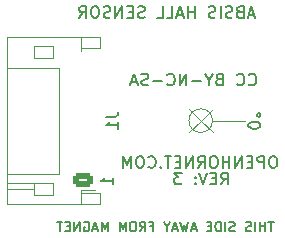
<source format=gbr>
%TF.GenerationSoftware,KiCad,Pcbnew,(6.0.9)*%
%TF.CreationDate,2023-03-29T12:13:29-08:00*%
%TF.ProjectId,ABSIS_Hall Sensor,41425349-535f-4486-916c-6c2053656e73,3*%
%TF.SameCoordinates,Original*%
%TF.FileFunction,Legend,Bot*%
%TF.FilePolarity,Positive*%
%FSLAX46Y46*%
G04 Gerber Fmt 4.6, Leading zero omitted, Abs format (unit mm)*
G04 Created by KiCad (PCBNEW (6.0.9)) date 2023-03-29 12:13:29*
%MOMM*%
%LPD*%
G01*
G04 APERTURE LIST*
G04 Aperture macros list*
%AMRoundRect*
0 Rectangle with rounded corners*
0 $1 Rounding radius*
0 $2 $3 $4 $5 $6 $7 $8 $9 X,Y pos of 4 corners*
0 Add a 4 corners polygon primitive as box body*
4,1,4,$2,$3,$4,$5,$6,$7,$8,$9,$2,$3,0*
0 Add four circle primitives for the rounded corners*
1,1,$1+$1,$2,$3*
1,1,$1+$1,$4,$5*
1,1,$1+$1,$6,$7*
1,1,$1+$1,$8,$9*
0 Add four rect primitives between the rounded corners*
20,1,$1+$1,$2,$3,$4,$5,0*
20,1,$1+$1,$4,$5,$6,$7,0*
20,1,$1+$1,$6,$7,$8,$9,0*
20,1,$1+$1,$8,$9,$2,$3,0*%
G04 Aperture macros list end*
%ADD10C,0.120000*%
%ADD11C,0.150000*%
%ADD12RoundRect,0.250000X0.625000X-0.350000X0.625000X0.350000X-0.625000X0.350000X-0.625000X-0.350000X0*%
%ADD13O,1.750000X1.200000*%
%ADD14C,2.500000*%
G04 APERTURE END LIST*
D10*
X14000000Y-10000000D02*
G75*
G03*
X14000000Y-10000000I-1000000J0D01*
G01*
X12000000Y-9000000D02*
X13000000Y-10000000D01*
X14000000Y-9000000D02*
X13000000Y-10000000D01*
X14000000Y-11000000D02*
X13000000Y-10000000D01*
X12000000Y-11000000D02*
X13000000Y-10000000D01*
X14000000Y-10000000D02*
X16731000Y-10000000D01*
D11*
X19230523Y-13008380D02*
X19040047Y-13008380D01*
X18944809Y-13056000D01*
X18849571Y-13151238D01*
X18801952Y-13341714D01*
X18801952Y-13675047D01*
X18849571Y-13865523D01*
X18944809Y-13960761D01*
X19040047Y-14008380D01*
X19230523Y-14008380D01*
X19325761Y-13960761D01*
X19421000Y-13865523D01*
X19468619Y-13675047D01*
X19468619Y-13341714D01*
X19421000Y-13151238D01*
X19325761Y-13056000D01*
X19230523Y-13008380D01*
X18373380Y-14008380D02*
X18373380Y-13008380D01*
X17992428Y-13008380D01*
X17897190Y-13056000D01*
X17849571Y-13103619D01*
X17801952Y-13198857D01*
X17801952Y-13341714D01*
X17849571Y-13436952D01*
X17897190Y-13484571D01*
X17992428Y-13532190D01*
X18373380Y-13532190D01*
X17373380Y-13484571D02*
X17040047Y-13484571D01*
X16897190Y-14008380D02*
X17373380Y-14008380D01*
X17373380Y-13008380D01*
X16897190Y-13008380D01*
X16468619Y-14008380D02*
X16468619Y-13008380D01*
X15897190Y-14008380D01*
X15897190Y-13008380D01*
X15421000Y-14008380D02*
X15421000Y-13008380D01*
X15421000Y-13484571D02*
X14849571Y-13484571D01*
X14849571Y-14008380D02*
X14849571Y-13008380D01*
X14182904Y-13008380D02*
X13992428Y-13008380D01*
X13897190Y-13056000D01*
X13801952Y-13151238D01*
X13754333Y-13341714D01*
X13754333Y-13675047D01*
X13801952Y-13865523D01*
X13897190Y-13960761D01*
X13992428Y-14008380D01*
X14182904Y-14008380D01*
X14278142Y-13960761D01*
X14373380Y-13865523D01*
X14421000Y-13675047D01*
X14421000Y-13341714D01*
X14373380Y-13151238D01*
X14278142Y-13056000D01*
X14182904Y-13008380D01*
X12754333Y-14008380D02*
X13087666Y-13532190D01*
X13325761Y-14008380D02*
X13325761Y-13008380D01*
X12944809Y-13008380D01*
X12849571Y-13056000D01*
X12801952Y-13103619D01*
X12754333Y-13198857D01*
X12754333Y-13341714D01*
X12801952Y-13436952D01*
X12849571Y-13484571D01*
X12944809Y-13532190D01*
X13325761Y-13532190D01*
X12325761Y-14008380D02*
X12325761Y-13008380D01*
X11754333Y-14008380D01*
X11754333Y-13008380D01*
X11278142Y-13484571D02*
X10944809Y-13484571D01*
X10801952Y-14008380D02*
X11278142Y-14008380D01*
X11278142Y-13008380D01*
X10801952Y-13008380D01*
X10516238Y-13008380D02*
X9944809Y-13008380D01*
X10230523Y-14008380D02*
X10230523Y-13008380D01*
X9611476Y-13913142D02*
X9563857Y-13960761D01*
X9611476Y-14008380D01*
X9659095Y-13960761D01*
X9611476Y-13913142D01*
X9611476Y-14008380D01*
X8563857Y-13913142D02*
X8611476Y-13960761D01*
X8754333Y-14008380D01*
X8849571Y-14008380D01*
X8992428Y-13960761D01*
X9087666Y-13865523D01*
X9135285Y-13770285D01*
X9182904Y-13579809D01*
X9182904Y-13436952D01*
X9135285Y-13246476D01*
X9087666Y-13151238D01*
X8992428Y-13056000D01*
X8849571Y-13008380D01*
X8754333Y-13008380D01*
X8611476Y-13056000D01*
X8563857Y-13103619D01*
X7944809Y-13008380D02*
X7754333Y-13008380D01*
X7659095Y-13056000D01*
X7563857Y-13151238D01*
X7516238Y-13341714D01*
X7516238Y-13675047D01*
X7563857Y-13865523D01*
X7659095Y-13960761D01*
X7754333Y-14008380D01*
X7944809Y-14008380D01*
X8040047Y-13960761D01*
X8135285Y-13865523D01*
X8182904Y-13675047D01*
X8182904Y-13341714D01*
X8135285Y-13151238D01*
X8040047Y-13056000D01*
X7944809Y-13008380D01*
X7087666Y-14008380D02*
X7087666Y-13008380D01*
X6754333Y-13722666D01*
X6421000Y-13008380D01*
X6421000Y-14008380D01*
X14714666Y-15405380D02*
X15048000Y-14929190D01*
X15286095Y-15405380D02*
X15286095Y-14405380D01*
X14905142Y-14405380D01*
X14809904Y-14453000D01*
X14762285Y-14500619D01*
X14714666Y-14595857D01*
X14714666Y-14738714D01*
X14762285Y-14833952D01*
X14809904Y-14881571D01*
X14905142Y-14929190D01*
X15286095Y-14929190D01*
X14286095Y-14881571D02*
X13952761Y-14881571D01*
X13809904Y-15405380D02*
X14286095Y-15405380D01*
X14286095Y-14405380D01*
X13809904Y-14405380D01*
X13524190Y-14405380D02*
X13190857Y-15405380D01*
X12857523Y-14405380D01*
X12524190Y-15310142D02*
X12476571Y-15357761D01*
X12524190Y-15405380D01*
X12571809Y-15357761D01*
X12524190Y-15310142D01*
X12524190Y-15405380D01*
X12524190Y-14786333D02*
X12476571Y-14833952D01*
X12524190Y-14881571D01*
X12571809Y-14833952D01*
X12524190Y-14786333D01*
X12524190Y-14881571D01*
X11381333Y-14405380D02*
X10762285Y-14405380D01*
X11095619Y-14786333D01*
X10952761Y-14786333D01*
X10857523Y-14833952D01*
X10809904Y-14881571D01*
X10762285Y-14976809D01*
X10762285Y-15214904D01*
X10809904Y-15310142D01*
X10857523Y-15357761D01*
X10952761Y-15405380D01*
X11238476Y-15405380D01*
X11333714Y-15357761D01*
X11381333Y-15310142D01*
X5532380Y-15398714D02*
X5532380Y-14827285D01*
X5532380Y-15113000D02*
X4532380Y-15113000D01*
X4675238Y-15017761D01*
X4770476Y-14922523D01*
X4818095Y-14827285D01*
X19161904Y-18578904D02*
X18704761Y-18578904D01*
X18933333Y-19378904D02*
X18933333Y-18578904D01*
X18438095Y-19378904D02*
X18438095Y-18578904D01*
X18438095Y-18959857D02*
X17980952Y-18959857D01*
X17980952Y-19378904D02*
X17980952Y-18578904D01*
X17600000Y-19378904D02*
X17600000Y-18578904D01*
X17257142Y-19340809D02*
X17142857Y-19378904D01*
X16952380Y-19378904D01*
X16876190Y-19340809D01*
X16838095Y-19302714D01*
X16800000Y-19226523D01*
X16800000Y-19150333D01*
X16838095Y-19074142D01*
X16876190Y-19036047D01*
X16952380Y-18997952D01*
X17104761Y-18959857D01*
X17180952Y-18921761D01*
X17219047Y-18883666D01*
X17257142Y-18807476D01*
X17257142Y-18731285D01*
X17219047Y-18655095D01*
X17180952Y-18617000D01*
X17104761Y-18578904D01*
X16914285Y-18578904D01*
X16800000Y-18617000D01*
X15885714Y-19340809D02*
X15771428Y-19378904D01*
X15580952Y-19378904D01*
X15504761Y-19340809D01*
X15466666Y-19302714D01*
X15428571Y-19226523D01*
X15428571Y-19150333D01*
X15466666Y-19074142D01*
X15504761Y-19036047D01*
X15580952Y-18997952D01*
X15733333Y-18959857D01*
X15809523Y-18921761D01*
X15847619Y-18883666D01*
X15885714Y-18807476D01*
X15885714Y-18731285D01*
X15847619Y-18655095D01*
X15809523Y-18617000D01*
X15733333Y-18578904D01*
X15542857Y-18578904D01*
X15428571Y-18617000D01*
X15085714Y-19378904D02*
X15085714Y-18578904D01*
X14704761Y-19378904D02*
X14704761Y-18578904D01*
X14514285Y-18578904D01*
X14400000Y-18617000D01*
X14323809Y-18693190D01*
X14285714Y-18769380D01*
X14247619Y-18921761D01*
X14247619Y-19036047D01*
X14285714Y-19188428D01*
X14323809Y-19264619D01*
X14400000Y-19340809D01*
X14514285Y-19378904D01*
X14704761Y-19378904D01*
X13904761Y-18959857D02*
X13638095Y-18959857D01*
X13523809Y-19378904D02*
X13904761Y-19378904D01*
X13904761Y-18578904D01*
X13523809Y-18578904D01*
X12609523Y-19150333D02*
X12228571Y-19150333D01*
X12685714Y-19378904D02*
X12419047Y-18578904D01*
X12152380Y-19378904D01*
X11961904Y-18578904D02*
X11771428Y-19378904D01*
X11619047Y-18807476D01*
X11466666Y-19378904D01*
X11276190Y-18578904D01*
X11009523Y-19150333D02*
X10628571Y-19150333D01*
X11085714Y-19378904D02*
X10819047Y-18578904D01*
X10552380Y-19378904D01*
X10133333Y-18997952D02*
X10133333Y-19378904D01*
X10400000Y-18578904D02*
X10133333Y-18997952D01*
X9866666Y-18578904D01*
X8723809Y-18959857D02*
X8990476Y-18959857D01*
X8990476Y-19378904D02*
X8990476Y-18578904D01*
X8609523Y-18578904D01*
X7847619Y-19378904D02*
X8114285Y-18997952D01*
X8304761Y-19378904D02*
X8304761Y-18578904D01*
X8000000Y-18578904D01*
X7923809Y-18617000D01*
X7885714Y-18655095D01*
X7847619Y-18731285D01*
X7847619Y-18845571D01*
X7885714Y-18921761D01*
X7923809Y-18959857D01*
X8000000Y-18997952D01*
X8304761Y-18997952D01*
X7352380Y-18578904D02*
X7200000Y-18578904D01*
X7123809Y-18617000D01*
X7047619Y-18693190D01*
X7009523Y-18845571D01*
X7009523Y-19112238D01*
X7047619Y-19264619D01*
X7123809Y-19340809D01*
X7200000Y-19378904D01*
X7352380Y-19378904D01*
X7428571Y-19340809D01*
X7504761Y-19264619D01*
X7542857Y-19112238D01*
X7542857Y-18845571D01*
X7504761Y-18693190D01*
X7428571Y-18617000D01*
X7352380Y-18578904D01*
X6666666Y-19378904D02*
X6666666Y-18578904D01*
X6400000Y-19150333D01*
X6133333Y-18578904D01*
X6133333Y-19378904D01*
X5142857Y-19378904D02*
X5142857Y-18578904D01*
X4876190Y-19150333D01*
X4609523Y-18578904D01*
X4609523Y-19378904D01*
X4266666Y-19150333D02*
X3885714Y-19150333D01*
X4342857Y-19378904D02*
X4076190Y-18578904D01*
X3809523Y-19378904D01*
X3123809Y-18617000D02*
X3200000Y-18578904D01*
X3314285Y-18578904D01*
X3428571Y-18617000D01*
X3504761Y-18693190D01*
X3542857Y-18769380D01*
X3580952Y-18921761D01*
X3580952Y-19036047D01*
X3542857Y-19188428D01*
X3504761Y-19264619D01*
X3428571Y-19340809D01*
X3314285Y-19378904D01*
X3238095Y-19378904D01*
X3123809Y-19340809D01*
X3085714Y-19302714D01*
X3085714Y-19036047D01*
X3238095Y-19036047D01*
X2742857Y-19378904D02*
X2742857Y-18578904D01*
X2285714Y-19378904D01*
X2285714Y-18578904D01*
X1904761Y-18959857D02*
X1638095Y-18959857D01*
X1523809Y-19378904D02*
X1904761Y-19378904D01*
X1904761Y-18578904D01*
X1523809Y-18578904D01*
X1295238Y-18578904D02*
X838095Y-18578904D01*
X1066666Y-19378904D02*
X1066666Y-18578904D01*
X17531761Y-1022666D02*
X17055571Y-1022666D01*
X17627000Y-1308380D02*
X17293666Y-308380D01*
X16960333Y-1308380D01*
X16293666Y-784571D02*
X16150809Y-832190D01*
X16103190Y-879809D01*
X16055571Y-975047D01*
X16055571Y-1117904D01*
X16103190Y-1213142D01*
X16150809Y-1260761D01*
X16246047Y-1308380D01*
X16627000Y-1308380D01*
X16627000Y-308380D01*
X16293666Y-308380D01*
X16198428Y-356000D01*
X16150809Y-403619D01*
X16103190Y-498857D01*
X16103190Y-594095D01*
X16150809Y-689333D01*
X16198428Y-736952D01*
X16293666Y-784571D01*
X16627000Y-784571D01*
X15674619Y-1260761D02*
X15531761Y-1308380D01*
X15293666Y-1308380D01*
X15198428Y-1260761D01*
X15150809Y-1213142D01*
X15103190Y-1117904D01*
X15103190Y-1022666D01*
X15150809Y-927428D01*
X15198428Y-879809D01*
X15293666Y-832190D01*
X15484142Y-784571D01*
X15579380Y-736952D01*
X15627000Y-689333D01*
X15674619Y-594095D01*
X15674619Y-498857D01*
X15627000Y-403619D01*
X15579380Y-356000D01*
X15484142Y-308380D01*
X15246047Y-308380D01*
X15103190Y-356000D01*
X14674619Y-1308380D02*
X14674619Y-308380D01*
X14246047Y-1260761D02*
X14103190Y-1308380D01*
X13865095Y-1308380D01*
X13769857Y-1260761D01*
X13722238Y-1213142D01*
X13674619Y-1117904D01*
X13674619Y-1022666D01*
X13722238Y-927428D01*
X13769857Y-879809D01*
X13865095Y-832190D01*
X14055571Y-784571D01*
X14150809Y-736952D01*
X14198428Y-689333D01*
X14246047Y-594095D01*
X14246047Y-498857D01*
X14198428Y-403619D01*
X14150809Y-356000D01*
X14055571Y-308380D01*
X13817476Y-308380D01*
X13674619Y-356000D01*
X12484142Y-1308380D02*
X12484142Y-308380D01*
X12484142Y-784571D02*
X11912714Y-784571D01*
X11912714Y-1308380D02*
X11912714Y-308380D01*
X11484142Y-1022666D02*
X11007952Y-1022666D01*
X11579380Y-1308380D02*
X11246047Y-308380D01*
X10912714Y-1308380D01*
X10103190Y-1308380D02*
X10579380Y-1308380D01*
X10579380Y-308380D01*
X9293666Y-1308380D02*
X9769857Y-1308380D01*
X9769857Y-308380D01*
X8246047Y-1260761D02*
X8103190Y-1308380D01*
X7865095Y-1308380D01*
X7769857Y-1260761D01*
X7722238Y-1213142D01*
X7674619Y-1117904D01*
X7674619Y-1022666D01*
X7722238Y-927428D01*
X7769857Y-879809D01*
X7865095Y-832190D01*
X8055571Y-784571D01*
X8150809Y-736952D01*
X8198428Y-689333D01*
X8246047Y-594095D01*
X8246047Y-498857D01*
X8198428Y-403619D01*
X8150809Y-356000D01*
X8055571Y-308380D01*
X7817476Y-308380D01*
X7674619Y-356000D01*
X7246047Y-784571D02*
X6912714Y-784571D01*
X6769857Y-1308380D02*
X7246047Y-1308380D01*
X7246047Y-308380D01*
X6769857Y-308380D01*
X6341285Y-1308380D02*
X6341285Y-308380D01*
X5769857Y-1308380D01*
X5769857Y-308380D01*
X5341285Y-1260761D02*
X5198428Y-1308380D01*
X4960333Y-1308380D01*
X4865095Y-1260761D01*
X4817476Y-1213142D01*
X4769857Y-1117904D01*
X4769857Y-1022666D01*
X4817476Y-927428D01*
X4865095Y-879809D01*
X4960333Y-832190D01*
X5150809Y-784571D01*
X5246047Y-736952D01*
X5293666Y-689333D01*
X5341285Y-594095D01*
X5341285Y-498857D01*
X5293666Y-403619D01*
X5246047Y-356000D01*
X5150809Y-308380D01*
X4912714Y-308380D01*
X4769857Y-356000D01*
X4150809Y-308380D02*
X3960333Y-308380D01*
X3865095Y-356000D01*
X3769857Y-451238D01*
X3722238Y-641714D01*
X3722238Y-975047D01*
X3769857Y-1165523D01*
X3865095Y-1260761D01*
X3960333Y-1308380D01*
X4150809Y-1308380D01*
X4246047Y-1260761D01*
X4341285Y-1165523D01*
X4388904Y-975047D01*
X4388904Y-641714D01*
X4341285Y-451238D01*
X4246047Y-356000D01*
X4150809Y-308380D01*
X2722238Y-1308380D02*
X3055571Y-832190D01*
X3293666Y-1308380D02*
X3293666Y-308380D01*
X2912714Y-308380D01*
X2817476Y-356000D01*
X2769857Y-403619D01*
X2722238Y-498857D01*
X2722238Y-641714D01*
X2769857Y-736952D01*
X2817476Y-784571D01*
X2912714Y-832190D01*
X3293666Y-832190D01*
X18040619Y-10428571D02*
X18040619Y-10333333D01*
X17993000Y-10238095D01*
X17945380Y-10190476D01*
X17850142Y-10142857D01*
X17659666Y-10095238D01*
X17421571Y-10095238D01*
X17231095Y-10142857D01*
X17135857Y-10190476D01*
X17088238Y-10238095D01*
X17040619Y-10333333D01*
X17040619Y-10428571D01*
X17088238Y-10523809D01*
X17135857Y-10571428D01*
X17231095Y-10619047D01*
X17421571Y-10666666D01*
X17659666Y-10666666D01*
X17850142Y-10619047D01*
X17945380Y-10571428D01*
X17993000Y-10523809D01*
X18040619Y-10428571D01*
X18040619Y-9523809D02*
X17993000Y-9619047D01*
X17897761Y-9666666D01*
X17802523Y-9619047D01*
X17754904Y-9523809D01*
X17802523Y-9428571D01*
X17897761Y-9380952D01*
X17993000Y-9428571D01*
X18040619Y-9523809D01*
X17079666Y-6928142D02*
X17127285Y-6975761D01*
X17270142Y-7023380D01*
X17365380Y-7023380D01*
X17508238Y-6975761D01*
X17603476Y-6880523D01*
X17651095Y-6785285D01*
X17698714Y-6594809D01*
X17698714Y-6451952D01*
X17651095Y-6261476D01*
X17603476Y-6166238D01*
X17508238Y-6071000D01*
X17365380Y-6023380D01*
X17270142Y-6023380D01*
X17127285Y-6071000D01*
X17079666Y-6118619D01*
X16079666Y-6928142D02*
X16127285Y-6975761D01*
X16270142Y-7023380D01*
X16365380Y-7023380D01*
X16508238Y-6975761D01*
X16603476Y-6880523D01*
X16651095Y-6785285D01*
X16698714Y-6594809D01*
X16698714Y-6451952D01*
X16651095Y-6261476D01*
X16603476Y-6166238D01*
X16508238Y-6071000D01*
X16365380Y-6023380D01*
X16270142Y-6023380D01*
X16127285Y-6071000D01*
X16079666Y-6118619D01*
X14555857Y-6499571D02*
X14413000Y-6547190D01*
X14365380Y-6594809D01*
X14317761Y-6690047D01*
X14317761Y-6832904D01*
X14365380Y-6928142D01*
X14413000Y-6975761D01*
X14508238Y-7023380D01*
X14889190Y-7023380D01*
X14889190Y-6023380D01*
X14555857Y-6023380D01*
X14460619Y-6071000D01*
X14413000Y-6118619D01*
X14365380Y-6213857D01*
X14365380Y-6309095D01*
X14413000Y-6404333D01*
X14460619Y-6451952D01*
X14555857Y-6499571D01*
X14889190Y-6499571D01*
X13698714Y-6547190D02*
X13698714Y-7023380D01*
X14032047Y-6023380D02*
X13698714Y-6547190D01*
X13365380Y-6023380D01*
X13032047Y-6642428D02*
X12270142Y-6642428D01*
X11793952Y-7023380D02*
X11793952Y-6023380D01*
X11222523Y-7023380D01*
X11222523Y-6023380D01*
X10174904Y-6928142D02*
X10222523Y-6975761D01*
X10365380Y-7023380D01*
X10460619Y-7023380D01*
X10603476Y-6975761D01*
X10698714Y-6880523D01*
X10746333Y-6785285D01*
X10793952Y-6594809D01*
X10793952Y-6451952D01*
X10746333Y-6261476D01*
X10698714Y-6166238D01*
X10603476Y-6071000D01*
X10460619Y-6023380D01*
X10365380Y-6023380D01*
X10222523Y-6071000D01*
X10174904Y-6118619D01*
X9746333Y-6642428D02*
X8984428Y-6642428D01*
X8555857Y-6975761D02*
X8413000Y-7023380D01*
X8174904Y-7023380D01*
X8079666Y-6975761D01*
X8032047Y-6928142D01*
X7984428Y-6832904D01*
X7984428Y-6737666D01*
X8032047Y-6642428D01*
X8079666Y-6594809D01*
X8174904Y-6547190D01*
X8365380Y-6499571D01*
X8460619Y-6451952D01*
X8508238Y-6404333D01*
X8555857Y-6309095D01*
X8555857Y-6213857D01*
X8508238Y-6118619D01*
X8460619Y-6071000D01*
X8365380Y-6023380D01*
X8127285Y-6023380D01*
X7984428Y-6071000D01*
X7603476Y-6737666D02*
X7127285Y-6737666D01*
X7698714Y-7023380D02*
X7365380Y-6023380D01*
X7032047Y-7023380D01*
%TO.C,J1*%
X5002380Y-9666666D02*
X5716666Y-9666666D01*
X5859523Y-9619047D01*
X5954761Y-9523809D01*
X6002380Y-9380952D01*
X6002380Y-9285714D01*
X6002380Y-10666666D02*
X6002380Y-10095238D01*
X6002380Y-10380952D02*
X5002380Y-10380952D01*
X5145238Y-10285714D01*
X5240476Y-10190476D01*
X5288095Y-10095238D01*
D10*
X4460000Y-2940000D02*
X4460000Y-3860000D01*
X-3360000Y-14500000D02*
X1000000Y-14500000D01*
X-3360000Y-17060000D02*
X-3360000Y-2940000D01*
X500000Y-4700000D02*
X500000Y-3700000D01*
X500000Y-16300000D02*
X-1100000Y-16300000D01*
X2860000Y-15860000D02*
X2860000Y-16140000D01*
X-1100000Y-15300000D02*
X-3360000Y-15300000D01*
X4460000Y-3860000D02*
X2860000Y-3860000D01*
X-1100000Y-3700000D02*
X-1100000Y-4700000D01*
X-1100000Y-16300000D02*
X-1100000Y-15300000D01*
X-3360000Y-2940000D02*
X4460000Y-2940000D01*
X4460000Y-16140000D02*
X4460000Y-17060000D01*
X1000000Y-5500000D02*
X-3360000Y-5500000D01*
X-1100000Y-15300000D02*
X500000Y-15300000D01*
X2860000Y-3860000D02*
X2860000Y-4140000D01*
X2860000Y-2940000D02*
X2860000Y-3860000D01*
X2860000Y-17060000D02*
X2860000Y-16140000D01*
X500000Y-3700000D02*
X-1100000Y-3700000D01*
X-1100000Y-15800000D02*
X-3360000Y-15800000D01*
X2860000Y-15860000D02*
X4075000Y-15860000D01*
X-1100000Y-4700000D02*
X500000Y-4700000D01*
X4460000Y-17060000D02*
X-3360000Y-17060000D01*
X2860000Y-16140000D02*
X4460000Y-16140000D01*
X1000000Y-14500000D02*
X1000000Y-5500000D01*
X500000Y-15300000D02*
X500000Y-16300000D01*
%TD*%
%LPC*%
D12*
%TO.C,J1*%
X3000000Y-15000000D03*
D13*
X3000000Y-13000000D03*
X3000000Y-11000000D03*
X3000000Y-9000000D03*
X3000000Y-7000000D03*
X3000000Y-5000000D03*
%TD*%
D14*
%TO.C,H4*%
X17000000Y-3000000D03*
%TD*%
%TO.C,H3*%
X17000000Y-17000000D03*
%TD*%
%TO.C,H1*%
X9000000Y-3000000D03*
%TD*%
%TO.C,H2*%
X9000000Y-17000000D03*
%TD*%
M02*

</source>
